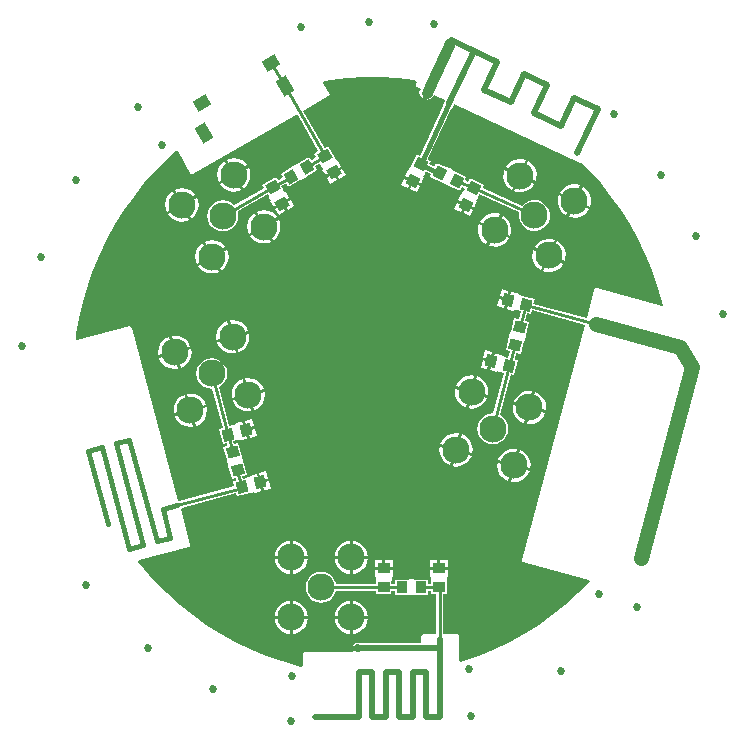
<source format=gtl>
G04 Layer_Physical_Order=1*
G04 Layer_Color=255*
%FSLAX25Y25*%
%MOIN*%
G70*
G01*
G75*
%ADD10P,0.02784X4X300.0*%
%ADD11P,0.01414X4X380.0*%
%ADD12P,0.01392X4X150.0*%
%ADD13R,0.01000X0.01000*%
G04:AMPARAMS|DCode=14|XSize=39.37mil|YSize=59.06mil|CornerRadius=0mil|HoleSize=0mil|Usage=FLASHONLY|Rotation=30.000|XOffset=0mil|YOffset=0mil|HoleType=Round|Shape=Rectangle|*
%AMROTATEDRECTD14*
4,1,4,-0.00228,-0.03541,-0.03181,0.01573,0.00228,0.03541,0.03181,-0.01573,-0.00228,-0.03541,0.0*
%
%ADD14ROTATEDRECTD14*%

G04:AMPARAMS|DCode=15|XSize=49.21mil|YSize=39.37mil|CornerRadius=0mil|HoleSize=0mil|Usage=FLASHONLY|Rotation=210.000|XOffset=0mil|YOffset=0mil|HoleType=Round|Shape=Rectangle|*
%AMROTATEDRECTD15*
4,1,4,0.01147,0.02935,0.03115,-0.00475,-0.01147,-0.02935,-0.03115,0.00475,0.01147,0.02935,0.0*
%
%ADD15ROTATEDRECTD15*%

G04:AMPARAMS|DCode=16|XSize=39.37mil|YSize=35.43mil|CornerRadius=0mil|HoleSize=0mil|Usage=FLASHONLY|Rotation=165.000|XOffset=0mil|YOffset=0mil|HoleType=Round|Shape=Rectangle|*
%AMROTATEDRECTD16*
4,1,4,0.02360,0.01202,0.01443,-0.02221,-0.02360,-0.01202,-0.01443,0.02221,0.02360,0.01202,0.0*
%
%ADD16ROTATEDRECTD16*%

G04:AMPARAMS|DCode=17|XSize=39.37mil|YSize=35.43mil|CornerRadius=0mil|HoleSize=0mil|Usage=FLASHONLY|Rotation=255.000|XOffset=0mil|YOffset=0mil|HoleType=Round|Shape=Rectangle|*
%AMROTATEDRECTD17*
4,1,4,-0.01202,0.02360,0.02221,0.01443,0.01202,-0.02360,-0.02221,-0.01443,-0.01202,0.02360,0.0*
%
%ADD17ROTATEDRECTD17*%

%ADD18R,0.03543X0.03937*%
%ADD19R,0.03937X0.03543*%
G04:AMPARAMS|DCode=20|XSize=39.37mil|YSize=35.43mil|CornerRadius=0mil|HoleSize=0mil|Usage=FLASHONLY|Rotation=15.000|XOffset=0mil|YOffset=0mil|HoleType=Round|Shape=Rectangle|*
%AMROTATEDRECTD20*
4,1,4,-0.01443,-0.02221,-0.02360,0.01202,0.01443,0.02221,0.02360,-0.01202,-0.01443,-0.02221,0.0*
%
%ADD20ROTATEDRECTD20*%

G04:AMPARAMS|DCode=21|XSize=39.37mil|YSize=35.43mil|CornerRadius=0mil|HoleSize=0mil|Usage=FLASHONLY|Rotation=105.000|XOffset=0mil|YOffset=0mil|HoleType=Round|Shape=Rectangle|*
%AMROTATEDRECTD21*
4,1,4,0.02221,-0.01443,-0.01202,-0.02360,-0.02221,0.01443,0.01202,0.02360,0.02221,-0.01443,0.0*
%
%ADD21ROTATEDRECTD21*%

G04:AMPARAMS|DCode=22|XSize=39.37mil|YSize=35.43mil|CornerRadius=0mil|HoleSize=0mil|Usage=FLASHONLY|Rotation=120.000|XOffset=0mil|YOffset=0mil|HoleType=Round|Shape=Rectangle|*
%AMROTATEDRECTD22*
4,1,4,0.02519,-0.00819,-0.00550,-0.02591,-0.02519,0.00819,0.00550,0.02591,0.02519,-0.00819,0.0*
%
%ADD22ROTATEDRECTD22*%

G04:AMPARAMS|DCode=23|XSize=39.37mil|YSize=35.43mil|CornerRadius=0mil|HoleSize=0mil|Usage=FLASHONLY|Rotation=30.000|XOffset=0mil|YOffset=0mil|HoleType=Round|Shape=Rectangle|*
%AMROTATEDRECTD23*
4,1,4,-0.00819,-0.02519,-0.02591,0.00550,0.00819,0.02519,0.02591,-0.00550,-0.00819,-0.02519,0.0*
%
%ADD23ROTATEDRECTD23*%

G04:AMPARAMS|DCode=24|XSize=39.37mil|YSize=35.43mil|CornerRadius=0mil|HoleSize=0mil|Usage=FLASHONLY|Rotation=245.000|XOffset=0mil|YOffset=0mil|HoleType=Round|Shape=Rectangle|*
%AMROTATEDRECTD24*
4,1,4,-0.00774,0.02533,0.02438,0.01035,0.00774,-0.02533,-0.02438,-0.01035,-0.00774,0.02533,0.0*
%
%ADD24ROTATEDRECTD24*%

G04:AMPARAMS|DCode=25|XSize=39.37mil|YSize=35.43mil|CornerRadius=0mil|HoleSize=0mil|Usage=FLASHONLY|Rotation=335.000|XOffset=0mil|YOffset=0mil|HoleType=Round|Shape=Rectangle|*
%AMROTATEDRECTD25*
4,1,4,-0.02533,-0.00774,-0.01035,0.02438,0.02533,0.00774,0.01035,-0.02438,-0.02533,-0.00774,0.0*
%
%ADD25ROTATEDRECTD25*%

%ADD26C,0.01500*%
%ADD27C,0.05000*%
%ADD28C,0.01969*%
%ADD29C,0.01575*%
%ADD30C,0.02000*%
%ADD31C,0.03543*%
%ADD32C,0.01043*%
%ADD33C,0.01042*%
%ADD34C,0.09055*%
%ADD35C,0.02700*%
G36*
X8375Y99293D02*
X13929Y98667D01*
X14648Y98545D01*
X14881Y98102D01*
X14507Y97301D01*
X14507Y97301D01*
X14485Y96804D01*
X14487Y96802D01*
X14821Y96438D01*
X16019Y95879D01*
X15877Y95575D01*
X15653Y94659D01*
X15797Y93727D01*
X16286Y92920D01*
X17047Y92362D01*
X17964Y92138D01*
X18896Y92281D01*
X19703Y92771D01*
X20260Y93532D01*
X20402Y93835D01*
X24240Y92046D01*
X24098Y91742D01*
X23958Y91168D01*
X23569Y90334D01*
X23569Y90334D01*
X23626Y90175D01*
X15791Y73483D01*
X14706Y73989D01*
X12814Y69933D01*
X12529Y69672D01*
X12185Y68934D01*
X11850Y68812D01*
X11850D01*
X10890Y66753D01*
X13580Y65499D01*
X16271Y64244D01*
X17231Y66303D01*
X16913Y66451D01*
X17364Y67418D01*
X17369Y67547D01*
X17551Y67936D01*
X18026Y68092D01*
X19479Y67296D01*
X19110Y66505D01*
X23382Y64514D01*
X23469Y64419D01*
X24718Y63836D01*
X24847Y63831D01*
X29118Y61839D01*
X29755Y63204D01*
X30552Y62865D01*
X30731Y62398D01*
X30514Y61933D01*
X30229Y61672D01*
X29885Y60934D01*
X29550Y60812D01*
X29550D01*
X28590Y58753D01*
X31280Y57499D01*
X33971Y56244D01*
X34931Y58303D01*
X34613Y58451D01*
X35064Y59418D01*
X35070Y59547D01*
X35589Y60661D01*
X48948Y54628D01*
X48907Y54498D01*
X48848Y53149D01*
X49140Y51831D01*
X49764Y50634D01*
X50676Y49638D01*
X51814Y48913D01*
X53102Y48507D01*
X54451Y48448D01*
X55769Y48740D01*
X56966Y49363D01*
X57962Y50276D01*
X58687Y51414D01*
X59093Y52702D01*
X59152Y54051D01*
X58860Y55369D01*
X58236Y56566D01*
X57324Y57562D01*
X56186Y58287D01*
X54898Y58693D01*
X53549Y58752D01*
X52231Y58460D01*
X51034Y57837D01*
X50038Y56924D01*
X49899Y56706D01*
X36879Y62587D01*
X36705Y63056D01*
X37061Y63819D01*
X32405Y65989D01*
X31850Y64797D01*
X31053Y65136D01*
X30874Y65603D01*
X31289Y66495D01*
X27233Y68386D01*
X26972Y68671D01*
X25724Y69253D01*
X25724Y69253D01*
X25338Y69270D01*
X21282Y71161D01*
X20799Y70127D01*
X20324Y69972D01*
X18871Y70768D01*
X19361Y71819D01*
X18607Y72170D01*
X18437Y72640D01*
X26172Y89120D01*
X26288Y89066D01*
X26677Y89900D01*
X27026Y90377D01*
X27168Y90680D01*
X69057Y71147D01*
X69553Y71126D01*
X69650Y71214D01*
X72408Y68456D01*
X76133Y64289D01*
X79618Y59918D01*
X82852Y55360D01*
X85826Y50627D01*
X88530Y45735D01*
X90955Y40700D01*
X93094Y35536D01*
X94940Y30260D01*
X96487Y24889D01*
X96716Y23885D01*
X96356Y23539D01*
X74748Y29328D01*
X74255Y29263D01*
X73953Y28869D01*
X71421Y19420D01*
X53656Y24180D01*
X54064Y25704D01*
X49742Y26862D01*
X49435Y27097D01*
X48404Y27373D01*
X48470Y27617D01*
X46275Y28205D01*
X45507Y25337D01*
X44739Y22470D01*
X46933Y21882D01*
X47024Y22221D01*
X48055Y21945D01*
X48183Y21961D01*
X49435Y21626D01*
X48752Y19077D01*
X47280Y19472D01*
X46060Y14919D01*
X45982Y14817D01*
X45625Y13486D01*
X45642Y13358D01*
X44422Y8805D01*
X45790Y8439D01*
X45183Y6175D01*
X44264Y6422D01*
X43958Y6657D01*
X42927Y6933D01*
X42993Y7176D01*
X40798Y7764D01*
X40030Y4897D01*
X39262Y2030D01*
X41456Y1442D01*
X41547Y1780D01*
X42577Y1504D01*
X42706Y1521D01*
X43863Y1211D01*
X40242Y-12303D01*
X40082Y-12282D01*
X38743Y-12458D01*
X37496Y-12975D01*
X36425Y-13796D01*
X35603Y-14868D01*
X35086Y-16115D01*
X34910Y-17454D01*
X35086Y-18792D01*
X35603Y-20039D01*
X36425Y-21111D01*
X37496Y-21932D01*
X38743Y-22449D01*
X40082Y-22625D01*
X41420Y-22449D01*
X42668Y-21932D01*
X43739Y-21111D01*
X44561Y-20039D01*
X45077Y-18792D01*
X45254Y-17454D01*
X45077Y-16115D01*
X44561Y-14868D01*
X43739Y-13796D01*
X42668Y-12975D01*
X42452Y-12885D01*
X46071Y619D01*
X47258Y301D01*
X48587Y5263D01*
X47391Y5584D01*
X47998Y7847D01*
X49384Y7476D01*
X50542Y11799D01*
X50778Y12105D01*
X51134Y13436D01*
X51084Y13819D01*
X52242Y18142D01*
X50960Y18485D01*
X51643Y21034D01*
X52735Y20742D01*
X53065Y21972D01*
X70829Y17212D01*
X49803Y-61259D01*
X49868Y-61751D01*
X50262Y-62054D01*
X72285Y-67955D01*
X72365Y-68224D01*
X72369Y-68495D01*
X68456Y-72408D01*
X64289Y-76133D01*
X59918Y-79618D01*
X55360Y-82852D01*
X50627Y-85826D01*
X45735Y-88530D01*
X40700Y-90955D01*
X35536Y-93094D01*
X30260Y-94940D01*
X29392Y-95190D01*
X28992Y-94889D01*
Y-86551D01*
X28802Y-86092D01*
X28343Y-85902D01*
X23486D01*
Y-72716D01*
X24711D01*
Y-68240D01*
X24859Y-67883D01*
Y-66817D01*
X25111D01*
Y-64545D01*
X22142D01*
X19174D01*
Y-66817D01*
X19525D01*
Y-67883D01*
X19574Y-68003D01*
Y-69201D01*
X18510D01*
Y-67776D01*
X13797D01*
X13678Y-67726D01*
X12300D01*
X12181Y-67776D01*
X7468D01*
Y-69201D01*
X6306D01*
Y-68240D01*
X6453Y-67883D01*
Y-66817D01*
X6706D01*
Y-64545D01*
X3737D01*
X769D01*
Y-66817D01*
X1119D01*
Y-67883D01*
X1168Y-68003D01*
Y-69201D01*
X-12126D01*
X-12147Y-69041D01*
X-12664Y-67794D01*
X-13486Y-66722D01*
X-14557Y-65900D01*
X-15804Y-65384D01*
X-17143Y-65208D01*
X-18482Y-65384D01*
X-19729Y-65900D01*
X-20800Y-66722D01*
X-21622Y-67794D01*
X-22139Y-69041D01*
X-22315Y-70380D01*
X-22139Y-71718D01*
X-21622Y-72965D01*
X-20800Y-74037D01*
X-19729Y-74858D01*
X-18482Y-75375D01*
X-17143Y-75551D01*
X-15804Y-75375D01*
X-14557Y-74858D01*
X-13486Y-74037D01*
X-12664Y-72965D01*
X-12147Y-71718D01*
X-12117Y-71487D01*
X1168D01*
Y-72716D01*
X6306D01*
Y-71487D01*
X7468D01*
Y-72913D01*
X11943D01*
X12300Y-73061D01*
X13678D01*
X14035Y-72913D01*
X18510D01*
Y-71487D01*
X19574D01*
Y-72716D01*
X21200D01*
Y-85902D01*
X16842D01*
X16383Y-86092D01*
X16193Y-86551D01*
Y-88920D01*
X-4957D01*
X-5582Y-89044D01*
X-6111Y-89398D01*
X-6465Y-89927D01*
X-6589Y-90551D01*
X-6465Y-91176D01*
X-6313Y-91402D01*
X-6581Y-91902D01*
X-22658D01*
X-23117Y-92092D01*
X-23307Y-92551D01*
Y-96447D01*
X-23698Y-96759D01*
X-24889Y-96487D01*
X-30260Y-94940D01*
X-35536Y-93094D01*
X-40700Y-90955D01*
X-45735Y-88530D01*
X-50627Y-85826D01*
X-55360Y-82852D01*
X-59919Y-79618D01*
X-64289Y-76133D01*
X-68456Y-72408D01*
X-72408Y-68456D01*
X-76133Y-64289D01*
X-78100Y-61822D01*
X-77944Y-61347D01*
X-61263Y-56877D01*
X-60871Y-56577D01*
X-60868Y-56575D01*
X-60804Y-56082D01*
X-60804Y-56082D01*
X-63959Y-44304D01*
X-63628Y-43756D01*
X-45410Y-38875D01*
X-45106Y-40007D01*
X-40783Y-38849D01*
X-40400Y-38900D01*
X-39370Y-38623D01*
X-39304Y-38867D01*
X-37110Y-38279D01*
X-37879Y-35412D01*
X-38647Y-32544D01*
X-40841Y-33132D01*
X-40750Y-33471D01*
X-41781Y-33747D01*
X-41883Y-33826D01*
X-43134Y-34161D01*
X-43359Y-33323D01*
X-41888Y-32930D01*
X-43108Y-28377D01*
X-43091Y-28249D01*
X-43448Y-26918D01*
X-43527Y-26816D01*
X-44746Y-22263D01*
X-46123Y-22632D01*
X-46398Y-21605D01*
X-45471Y-21356D01*
X-45088Y-21407D01*
X-44057Y-21130D01*
X-43992Y-21374D01*
X-41797Y-20786D01*
X-42566Y-17919D01*
X-43334Y-15051D01*
X-45528Y-15639D01*
X-45437Y-15978D01*
X-46468Y-16254D01*
X-46571Y-16333D01*
X-47728Y-16643D01*
X-51218Y-3617D01*
X-51069Y-3556D01*
X-49998Y-2734D01*
X-49176Y-1663D01*
X-48659Y-415D01*
X-48483Y924D01*
X-48659Y2262D01*
X-49176Y3509D01*
X-49998Y4580D01*
X-51069Y5402D01*
X-52316Y5919D01*
X-53655Y6095D01*
X-54993Y5919D01*
X-56241Y5402D01*
X-57312Y4580D01*
X-58134Y3509D01*
X-58650Y2262D01*
X-58827Y924D01*
X-58650Y-415D01*
X-58134Y-1663D01*
X-57312Y-2734D01*
X-56241Y-3556D01*
X-54993Y-4072D01*
X-53655Y-4248D01*
X-53424Y-4218D01*
X-49936Y-17234D01*
X-51123Y-17552D01*
X-49793Y-22514D01*
X-48607Y-22196D01*
X-48331Y-23224D01*
X-49708Y-23593D01*
X-48550Y-27916D01*
X-48600Y-28299D01*
X-48244Y-29630D01*
X-48008Y-29936D01*
X-46850Y-34259D01*
X-45567Y-33915D01*
X-45342Y-34753D01*
X-46436Y-35045D01*
X-46001Y-36667D01*
X-64534Y-41633D01*
X-64689Y-41580D01*
X-80164Y16172D01*
X-80467Y16567D01*
X-80959Y16632D01*
X-98476Y11938D01*
X-98855Y12264D01*
X-98667Y13929D01*
X-97731Y19440D01*
X-96487Y24889D01*
X-94940Y30260D01*
X-93094Y35536D01*
X-90955Y40700D01*
X-88530Y45735D01*
X-85826Y50627D01*
X-82852Y55360D01*
X-79618Y59918D01*
X-76133Y64289D01*
X-72408Y68456D01*
X-68456Y72408D01*
X-65452Y75093D01*
X-64959Y75012D01*
X-60390Y66944D01*
X-25358Y87169D01*
X-24876Y87036D01*
X-18120Y74928D01*
X-19385Y74197D01*
X-18706Y73021D01*
X-20046Y72154D01*
X-20533Y72271D01*
X-21003Y73085D01*
X-25084Y70728D01*
X-25212Y70712D01*
X-26406Y70023D01*
X-26484Y69920D01*
X-30566Y67564D01*
X-29852Y66328D01*
X-31317Y65481D01*
X-31800Y65610D01*
X-32236Y66366D01*
X-36685Y63797D01*
X-36252Y63047D01*
X-36382Y62564D01*
X-46113Y56988D01*
X-46243Y57157D01*
X-47314Y57979D01*
X-48561Y58496D01*
X-49900Y58672D01*
X-51239Y58496D01*
X-52486Y57979D01*
X-53557Y57157D01*
X-54379Y56086D01*
X-54896Y54839D01*
X-55072Y53500D01*
X-54896Y52161D01*
X-54379Y50914D01*
X-53557Y49843D01*
X-52486Y49021D01*
X-51239Y48504D01*
X-49900Y48328D01*
X-48561Y48504D01*
X-47314Y49021D01*
X-46243Y49843D01*
X-45421Y50914D01*
X-44904Y52161D01*
X-44728Y53500D01*
X-44904Y54839D01*
X-44974Y55006D01*
X-34932Y60761D01*
X-34447Y59922D01*
X-34397Y59539D01*
X-33863Y58614D01*
X-34082Y58488D01*
X-32946Y56521D01*
X-30375Y58005D01*
X-27804Y59490D01*
X-28940Y61457D01*
X-29244Y61282D01*
X-29777Y62206D01*
X-29880Y62284D01*
X-30480Y63324D01*
X-29015Y64171D01*
X-28532Y64042D01*
X-27997Y63115D01*
X-24122Y65353D01*
X-23739Y65403D01*
X-22545Y66092D01*
X-22310Y66399D01*
X-18434Y68636D01*
X-19207Y69974D01*
X-17866Y70842D01*
X-17380Y70725D01*
X-17147Y70322D01*
X-17097Y69938D01*
X-16564Y69015D01*
X-16782Y68888D01*
X-15646Y66921D01*
X-13075Y68405D01*
X-10504Y69890D01*
X-11640Y71857D01*
X-11944Y71682D01*
X-12477Y72606D01*
X-12580Y72684D01*
X-14936Y76766D01*
X-15832Y76249D01*
X-16314Y76382D01*
X-23069Y88490D01*
X-14105Y93666D01*
X-16518Y97810D01*
X-16306Y98263D01*
X-13929Y98667D01*
X-8375Y99293D01*
X-2795Y99606D01*
X2795D01*
X8375Y99293D01*
D02*
G37*
%LPC*%
G36*
X-46240Y72736D02*
X-47683Y72546D01*
X-48561Y72182D01*
X-46057Y67843D01*
X-41718Y70348D01*
X-42297Y71103D01*
X-43452Y71989D01*
X-44797Y72545D01*
X-46240Y72736D01*
D02*
G37*
G36*
X48677Y72443D02*
X47256Y72128D01*
X45965Y71456D01*
X44892Y70473D01*
X44381Y69671D01*
X48921Y67554D01*
X51038Y72094D01*
X50131Y72380D01*
X48677Y72443D01*
D02*
G37*
G36*
X-10004Y69024D02*
X-12142Y67789D01*
X-11006Y65822D01*
X-8869Y67056D01*
X-10004Y69024D01*
D02*
G37*
G36*
X51945Y71671D02*
X49828Y67131D01*
X54368Y65014D01*
X54654Y65921D01*
X54717Y67375D01*
X54402Y68796D01*
X53730Y70087D01*
X52747Y71160D01*
X51945Y71671D01*
D02*
G37*
G36*
X-49428Y71682D02*
X-50182Y71103D01*
X-51068Y69948D01*
X-51625Y68603D01*
X-51815Y67160D01*
X-51625Y65717D01*
X-51261Y64838D01*
X-46923Y67343D01*
X-49428Y71682D01*
D02*
G37*
G36*
X-13008Y67289D02*
X-15146Y66055D01*
X-14010Y64088D01*
X-11872Y65322D01*
X-13008Y67289D01*
D02*
G37*
G36*
X10467Y65847D02*
X9507Y63788D01*
X11744Y62745D01*
X12705Y64804D01*
X10467Y65847D01*
D02*
G37*
G36*
X-41218Y69482D02*
X-45557Y66977D01*
X-43052Y62639D01*
X-42297Y63218D01*
X-41411Y64373D01*
X-40854Y65717D01*
X-40664Y67160D01*
X-40854Y68603D01*
X-41218Y69482D01*
D02*
G37*
G36*
X43959Y68765D02*
X43672Y67857D01*
X43609Y66403D01*
X43924Y64982D01*
X44596Y63691D01*
X45579Y62618D01*
X46382Y62107D01*
X48499Y66647D01*
X43959Y68765D01*
D02*
G37*
G36*
X-46423Y66477D02*
X-50761Y63973D01*
X-50182Y63218D01*
X-49027Y62332D01*
X-47683Y61775D01*
X-46240Y61585D01*
X-44797Y61775D01*
X-43918Y62139D01*
X-46423Y66477D01*
D02*
G37*
G36*
X49405Y66225D02*
X47288Y61685D01*
X48195Y61399D01*
X49649Y61335D01*
X51070Y61650D01*
X52361Y62322D01*
X53434Y63306D01*
X53945Y64108D01*
X49405Y66225D01*
D02*
G37*
G36*
X13611Y64381D02*
X12651Y62322D01*
X14888Y61279D01*
X15848Y63338D01*
X13611Y64381D01*
D02*
G37*
G36*
X66803Y63991D02*
X65382Y63676D01*
X64091Y63004D01*
X63018Y62021D01*
X62507Y61218D01*
X67047Y59101D01*
X69165Y63641D01*
X68257Y63928D01*
X66803Y63991D01*
D02*
G37*
G36*
X-63560Y62735D02*
X-65003Y62546D01*
X-65882Y62182D01*
X-63377Y57843D01*
X-59039Y60348D01*
X-59618Y61103D01*
X-60773Y61989D01*
X-62117Y62546D01*
X-63560Y62735D01*
D02*
G37*
G36*
X70071Y63219D02*
X67954Y58679D01*
X72494Y56562D01*
X72780Y57469D01*
X72843Y58923D01*
X72528Y60344D01*
X71856Y61635D01*
X70873Y62708D01*
X70071Y63219D01*
D02*
G37*
G36*
X-27304Y58624D02*
X-29442Y57389D01*
X-28306Y55422D01*
X-26169Y56656D01*
X-27304Y58624D01*
D02*
G37*
G36*
X-66748Y61682D02*
X-67503Y61103D01*
X-68389Y59948D01*
X-68945Y58603D01*
X-69135Y57160D01*
X-68946Y55717D01*
X-68582Y54839D01*
X-64243Y57343D01*
X-66748Y61682D01*
D02*
G37*
G36*
X28167Y57847D02*
X27207Y55788D01*
X29444Y54745D01*
X30404Y56804D01*
X28167Y57847D01*
D02*
G37*
G36*
X-30308Y56889D02*
X-32446Y55655D01*
X-31310Y53688D01*
X-29172Y54922D01*
X-30308Y56889D01*
D02*
G37*
G36*
X62085Y60312D02*
X61799Y59405D01*
X61735Y57951D01*
X62050Y56530D01*
X62722Y55239D01*
X63705Y54166D01*
X64508Y53655D01*
X66625Y58195D01*
X62085Y60312D01*
D02*
G37*
G36*
X31311Y56381D02*
X30351Y54322D01*
X32588Y53279D01*
X33548Y55338D01*
X31311Y56381D01*
D02*
G37*
G36*
X67531Y57772D02*
X65414Y53232D01*
X66321Y52946D01*
X67775Y52883D01*
X69196Y53198D01*
X70487Y53870D01*
X71560Y54853D01*
X72071Y55655D01*
X67531Y57772D01*
D02*
G37*
G36*
X-58539Y59482D02*
X-62877Y56977D01*
X-60373Y52639D01*
X-59618Y53218D01*
X-58732Y54373D01*
X-58175Y55717D01*
X-57985Y57160D01*
X-58175Y58603D01*
X-58539Y59482D01*
D02*
G37*
G36*
X-63743Y56477D02*
X-68082Y53973D01*
X-67503Y53218D01*
X-66348Y52332D01*
X-65003Y51775D01*
X-63560Y51585D01*
X-62117Y51775D01*
X-61238Y52139D01*
X-63743Y56477D01*
D02*
G37*
G36*
X-36240Y55415D02*
X-37683Y55225D01*
X-38561Y54861D01*
X-36057Y50523D01*
X-31718Y53027D01*
X-32297Y53782D01*
X-33452Y54668D01*
X-34797Y55225D01*
X-36240Y55415D01*
D02*
G37*
G36*
X40225Y54317D02*
X38804Y54002D01*
X37513Y53330D01*
X36440Y52347D01*
X35929Y51545D01*
X40469Y49428D01*
X42586Y53968D01*
X41679Y54254D01*
X40225Y54317D01*
D02*
G37*
G36*
X-39427Y54361D02*
X-40182Y53782D01*
X-41068Y52627D01*
X-41625Y51283D01*
X-41815Y49840D01*
X-41625Y48397D01*
X-41261Y47518D01*
X-36923Y50023D01*
X-39427Y54361D01*
D02*
G37*
G36*
X43492Y53545D02*
X41375Y49005D01*
X45915Y46888D01*
X46201Y47795D01*
X46265Y49249D01*
X45950Y50670D01*
X45278Y51961D01*
X44294Y53034D01*
X43492Y53545D01*
D02*
G37*
G36*
X-31218Y52162D02*
X-35557Y49657D01*
X-33052Y45318D01*
X-32297Y45897D01*
X-31411Y47052D01*
X-30854Y48397D01*
X-30665Y49840D01*
X-30854Y51283D01*
X-31218Y52162D01*
D02*
G37*
G36*
X-36423Y49157D02*
X-40761Y46652D01*
X-40182Y45897D01*
X-39027Y45011D01*
X-37683Y44455D01*
X-36240Y44265D01*
X-34797Y44455D01*
X-33918Y44818D01*
X-36423Y49157D01*
D02*
G37*
G36*
X35506Y50638D02*
X35220Y49731D01*
X35157Y48277D01*
X35472Y46856D01*
X36144Y45565D01*
X37127Y44492D01*
X37929Y43981D01*
X40046Y48521D01*
X35506Y50638D01*
D02*
G37*
G36*
X40953Y48099D02*
X38835Y43559D01*
X39743Y43273D01*
X41197Y43209D01*
X42618Y43524D01*
X43909Y44196D01*
X44982Y45179D01*
X45493Y45981D01*
X40953Y48099D01*
D02*
G37*
G36*
X58351Y45865D02*
X56930Y45550D01*
X55639Y44878D01*
X54566Y43894D01*
X54055Y43092D01*
X58595Y40975D01*
X60712Y45515D01*
X59805Y45801D01*
X58351Y45865D01*
D02*
G37*
G36*
X-53560Y45415D02*
X-55003Y45225D01*
X-55882Y44861D01*
X-53377Y40523D01*
X-49039Y43027D01*
X-49618Y43782D01*
X-50773Y44668D01*
X-52117Y45225D01*
X-53560Y45415D01*
D02*
G37*
G36*
X61618Y45093D02*
X59501Y40553D01*
X64041Y38436D01*
X64328Y39343D01*
X64391Y40797D01*
X64076Y42218D01*
X63404Y43509D01*
X62421Y44582D01*
X61618Y45093D01*
D02*
G37*
G36*
X-56748Y44361D02*
X-57503Y43782D01*
X-58389Y42627D01*
X-58946Y41283D01*
X-59136Y39840D01*
X-58946Y38397D01*
X-58582Y37518D01*
X-54243Y40023D01*
X-56748Y44361D01*
D02*
G37*
G36*
X53632Y42186D02*
X53346Y41279D01*
X53283Y39825D01*
X53598Y38404D01*
X54270Y37113D01*
X55253Y36040D01*
X56055Y35529D01*
X58172Y40069D01*
X53632Y42186D01*
D02*
G37*
G36*
X-48539Y42162D02*
X-52877Y39657D01*
X-50372Y35318D01*
X-49618Y35897D01*
X-48732Y37052D01*
X-48175Y38397D01*
X-47985Y39840D01*
X-48175Y41283D01*
X-48539Y42162D01*
D02*
G37*
G36*
X59079Y39646D02*
X56962Y35106D01*
X57869Y34820D01*
X59323Y34757D01*
X60744Y35072D01*
X62035Y35744D01*
X63108Y36727D01*
X63619Y37529D01*
X59079Y39646D01*
D02*
G37*
G36*
X-53743Y39157D02*
X-58082Y36652D01*
X-57503Y35897D01*
X-56348Y35011D01*
X-55003Y34455D01*
X-53560Y34264D01*
X-52117Y34455D01*
X-51239Y34818D01*
X-53743Y39157D01*
D02*
G37*
G36*
X43115Y29052D02*
X42476Y26667D01*
X44671Y26079D01*
X45309Y28464D01*
X43115Y29052D01*
D02*
G37*
G36*
X42217Y25701D02*
X41579Y23317D01*
X43773Y22729D01*
X44412Y25113D01*
X42217Y25701D01*
D02*
G37*
G36*
X-46584Y18746D02*
X-47527Y18622D01*
X-46230Y13783D01*
X-41392Y15080D01*
X-41756Y15958D01*
X-42641Y17113D01*
X-43796Y17999D01*
X-45141Y18556D01*
X-46584Y18746D01*
D02*
G37*
G36*
X-48493Y18363D02*
X-49371Y17999D01*
X-50526Y17113D01*
X-51412Y15958D01*
X-51969Y14614D01*
X-52159Y13171D01*
X-52035Y12228D01*
X-47196Y13524D01*
X-48493Y18363D01*
D02*
G37*
G36*
X-65902Y13570D02*
X-66845Y13446D01*
X-65549Y8607D01*
X-60710Y9903D01*
X-61074Y10782D01*
X-61960Y11937D01*
X-63115Y12823D01*
X-64459Y13380D01*
X-65902Y13570D01*
D02*
G37*
G36*
X-41133Y14114D02*
X-45971Y12817D01*
X-44675Y7979D01*
X-43796Y8343D01*
X-42641Y9229D01*
X-41756Y10383D01*
X-41199Y11728D01*
X-41008Y13171D01*
X-41133Y14114D01*
D02*
G37*
G36*
X-46937Y12559D02*
X-51776Y11262D01*
X-51412Y10383D01*
X-50526Y9229D01*
X-49371Y8343D01*
X-48027Y7786D01*
X-46584Y7596D01*
X-45641Y7720D01*
X-46937Y12559D01*
D02*
G37*
G36*
X-67811Y13187D02*
X-68690Y12823D01*
X-69845Y11937D01*
X-70731Y10782D01*
X-71288Y9437D01*
X-71478Y7994D01*
X-71353Y7051D01*
X-66515Y8348D01*
X-67811Y13187D01*
D02*
G37*
G36*
X37638Y8611D02*
X36999Y6227D01*
X39194Y5639D01*
X39832Y8023D01*
X37638Y8611D01*
D02*
G37*
G36*
X-60451Y8937D02*
X-65290Y7641D01*
X-63993Y2802D01*
X-63115Y3166D01*
X-61960Y4052D01*
X-61074Y5207D01*
X-60517Y6551D01*
X-60327Y7994D01*
X-60451Y8937D01*
D02*
G37*
G36*
X-66256Y7382D02*
X-71095Y6086D01*
X-70731Y5207D01*
X-69845Y4052D01*
X-68690Y3166D01*
X-67345Y2609D01*
X-65902Y2419D01*
X-64959Y2543D01*
X-66256Y7382D01*
D02*
G37*
G36*
X36741Y5261D02*
X36102Y2876D01*
X38296Y2289D01*
X38935Y4673D01*
X36741Y5261D01*
D02*
G37*
G36*
X33011Y369D02*
X31568Y179D01*
X30223Y-378D01*
X29068Y-1264D01*
X28182Y-2418D01*
X27818Y-3297D01*
X32657Y-4594D01*
X33954Y245D01*
X33011Y369D01*
D02*
G37*
G36*
X-41407Y-572D02*
X-42350Y-697D01*
X-41054Y-5535D01*
X-36215Y-4239D01*
X-36579Y-3360D01*
X-37465Y-2205D01*
X-38620Y-1319D01*
X-39964Y-762D01*
X-41407Y-572D01*
D02*
G37*
G36*
X34920Y-14D02*
X33623Y-4853D01*
X38462Y-6149D01*
X38586Y-5206D01*
X38396Y-3763D01*
X37839Y-2418D01*
X36953Y-1264D01*
X35798Y-378D01*
X34920Y-14D01*
D02*
G37*
G36*
X-43316Y-955D02*
X-44195Y-1319D01*
X-45350Y-2205D01*
X-46236Y-3360D01*
X-46793Y-4705D01*
X-46983Y-6148D01*
X-46859Y-7091D01*
X-42020Y-5794D01*
X-43316Y-955D01*
D02*
G37*
G36*
X52329Y-4807D02*
X50886Y-4997D01*
X49542Y-5554D01*
X48387Y-6440D01*
X47501Y-7595D01*
X47137Y-8474D01*
X51976Y-9770D01*
X53272Y-4931D01*
X52329Y-4807D01*
D02*
G37*
G36*
X27560Y-4263D02*
X27435Y-5206D01*
X27625Y-6649D01*
X28182Y-7994D01*
X29068Y-9148D01*
X30223Y-10034D01*
X31102Y-10398D01*
X32398Y-5560D01*
X27560Y-4263D01*
D02*
G37*
G36*
X-60726Y-5749D02*
X-61669Y-5873D01*
X-60372Y-10712D01*
X-55534Y-9415D01*
X-55898Y-8536D01*
X-56784Y-7382D01*
X-57938Y-6496D01*
X-59283Y-5939D01*
X-60726Y-5749D01*
D02*
G37*
G36*
X33364Y-5818D02*
X32068Y-10657D01*
X33011Y-10781D01*
X34454Y-10591D01*
X35798Y-10034D01*
X36953Y-9148D01*
X37839Y-7994D01*
X38203Y-7115D01*
X33364Y-5818D01*
D02*
G37*
G36*
X54238Y-5190D02*
X52942Y-10029D01*
X57780Y-11325D01*
X57904Y-10383D01*
X57714Y-8940D01*
X57157Y-7595D01*
X56271Y-6440D01*
X55117Y-5554D01*
X54238Y-5190D01*
D02*
G37*
G36*
X-35956Y-5205D02*
X-40795Y-6501D01*
X-39498Y-11340D01*
X-38620Y-10976D01*
X-37465Y-10090D01*
X-36579Y-8935D01*
X-36022Y-7591D01*
X-35832Y-6148D01*
X-35956Y-5205D01*
D02*
G37*
G36*
X-41761Y-6760D02*
X-46600Y-8056D01*
X-46236Y-8935D01*
X-45350Y-10090D01*
X-44195Y-10976D01*
X-42850Y-11533D01*
X-41407Y-11723D01*
X-40464Y-11599D01*
X-41761Y-6760D01*
D02*
G37*
G36*
X-62635Y-6132D02*
X-63513Y-6496D01*
X-64668Y-7382D01*
X-65554Y-8536D01*
X-66111Y-9881D01*
X-66301Y-11324D01*
X-66177Y-12267D01*
X-61338Y-10970D01*
X-62635Y-6132D01*
D02*
G37*
G36*
X46878Y-9439D02*
X46754Y-10383D01*
X46944Y-11825D01*
X47501Y-13170D01*
X48387Y-14325D01*
X49542Y-15211D01*
X50420Y-15575D01*
X51717Y-10736D01*
X46878Y-9439D01*
D02*
G37*
G36*
X52683Y-10995D02*
X51386Y-15834D01*
X52329Y-15958D01*
X53772Y-15768D01*
X55117Y-15211D01*
X56271Y-14325D01*
X57157Y-13170D01*
X57521Y-12291D01*
X52683Y-10995D01*
D02*
G37*
G36*
X-55275Y-10381D02*
X-60114Y-11677D01*
X-58817Y-16516D01*
X-57938Y-16152D01*
X-56784Y-15266D01*
X-55898Y-14112D01*
X-55341Y-12767D01*
X-55151Y-11324D01*
X-55275Y-10381D01*
D02*
G37*
G36*
X-61080Y-11936D02*
X-65918Y-13233D01*
X-65554Y-14112D01*
X-64668Y-15266D01*
X-63513Y-16152D01*
X-62169Y-16709D01*
X-60726Y-16899D01*
X-59783Y-16775D01*
X-61080Y-11936D01*
D02*
G37*
G36*
X-40174Y-14205D02*
X-42368Y-14792D01*
X-41729Y-17177D01*
X-39535Y-16589D01*
X-40174Y-14205D01*
D02*
G37*
G36*
X-39276Y-17555D02*
X-41470Y-18143D01*
X-40832Y-20527D01*
X-38637Y-19939D01*
X-39276Y-17555D01*
D02*
G37*
G36*
X27834Y-18949D02*
X26391Y-19139D01*
X25047Y-19696D01*
X23892Y-20582D01*
X23006Y-21737D01*
X22642Y-22616D01*
X27481Y-23912D01*
X28777Y-19073D01*
X27834Y-18949D01*
D02*
G37*
G36*
X29743Y-19332D02*
X28447Y-24171D01*
X33285Y-25468D01*
X33410Y-24525D01*
X33220Y-23082D01*
X32663Y-21737D01*
X31777Y-20582D01*
X30622Y-19696D01*
X29743Y-19332D01*
D02*
G37*
G36*
X47153Y-24126D02*
X45710Y-24316D01*
X44365Y-24873D01*
X43211Y-25759D01*
X42325Y-26913D01*
X41960Y-27792D01*
X46799Y-29089D01*
X48096Y-24250D01*
X47153Y-24126D01*
D02*
G37*
G36*
X22383Y-23582D02*
X22259Y-24525D01*
X22449Y-25968D01*
X23006Y-27312D01*
X23892Y-28467D01*
X25047Y-29353D01*
X25925Y-29717D01*
X27222Y-24878D01*
X22383Y-23582D01*
D02*
G37*
G36*
X28188Y-25137D02*
X26891Y-29976D01*
X27834Y-30100D01*
X29277Y-29910D01*
X30622Y-29353D01*
X31777Y-28467D01*
X32663Y-27312D01*
X33027Y-26434D01*
X28188Y-25137D01*
D02*
G37*
G36*
X49062Y-24509D02*
X47765Y-29347D01*
X52604Y-30644D01*
X52728Y-29701D01*
X52538Y-28258D01*
X51981Y-26913D01*
X51095Y-25759D01*
X49940Y-24873D01*
X49062Y-24509D01*
D02*
G37*
G36*
X-35487Y-31698D02*
X-37681Y-32286D01*
X-37042Y-34670D01*
X-34848Y-34082D01*
X-35487Y-31698D01*
D02*
G37*
G36*
X41702Y-28758D02*
X41578Y-29701D01*
X41767Y-31144D01*
X42325Y-32489D01*
X43211Y-33643D01*
X44365Y-34529D01*
X45244Y-34893D01*
X46540Y-30055D01*
X41702Y-28758D01*
D02*
G37*
G36*
X47506Y-30313D02*
X46210Y-35152D01*
X47153Y-35276D01*
X48596Y-35086D01*
X49940Y-34529D01*
X51095Y-33643D01*
X51981Y-32489D01*
X52345Y-31610D01*
X47506Y-30313D01*
D02*
G37*
G36*
X-34589Y-35048D02*
X-36783Y-35636D01*
X-36144Y-38020D01*
X-33950Y-37432D01*
X-34589Y-35048D01*
D02*
G37*
G36*
X-6643Y-54870D02*
Y-59879D01*
X-1633D01*
X-1758Y-58937D01*
X-2315Y-57592D01*
X-3201Y-56437D01*
X-4355Y-55551D01*
X-5700Y-54994D01*
X-6643Y-54870D01*
D02*
G37*
G36*
X-26643D02*
Y-59879D01*
X-21633D01*
X-21758Y-58937D01*
X-22315Y-57592D01*
X-23201Y-56437D01*
X-24355Y-55551D01*
X-25700Y-54994D01*
X-26643Y-54870D01*
D02*
G37*
G36*
X-27643D02*
X-28586Y-54994D01*
X-29931Y-55551D01*
X-31085Y-56437D01*
X-31971Y-57592D01*
X-32528Y-58937D01*
X-32652Y-59879D01*
X-27643D01*
Y-54870D01*
D02*
G37*
G36*
X-7643D02*
X-8586Y-54994D01*
X-9931Y-55551D01*
X-11085Y-56437D01*
X-11971Y-57592D01*
X-12528Y-58937D01*
X-12652Y-59879D01*
X-7643D01*
Y-54870D01*
D02*
G37*
G36*
X25111Y-61273D02*
X22643D01*
Y-63545D01*
X25111D01*
Y-61273D01*
D02*
G37*
G36*
X6706D02*
X4237D01*
Y-63545D01*
X6706D01*
Y-61273D01*
D02*
G37*
G36*
X3237D02*
X769D01*
Y-63545D01*
X3237D01*
Y-61273D01*
D02*
G37*
G36*
X21643D02*
X19174D01*
Y-63545D01*
X21643D01*
Y-61273D01*
D02*
G37*
G36*
X-1633Y-60879D02*
X-6643D01*
Y-65889D01*
X-5700Y-65765D01*
X-4355Y-65208D01*
X-3201Y-64322D01*
X-2315Y-63167D01*
X-1758Y-61822D01*
X-1633Y-60879D01*
D02*
G37*
G36*
X-21633D02*
X-26643D01*
Y-65889D01*
X-25700Y-65765D01*
X-24355Y-65208D01*
X-23201Y-64322D01*
X-22315Y-63167D01*
X-21758Y-61822D01*
X-21633Y-60879D01*
D02*
G37*
G36*
X-27643D02*
X-32652D01*
X-32528Y-61822D01*
X-31971Y-63167D01*
X-31085Y-64322D01*
X-29931Y-65208D01*
X-28586Y-65765D01*
X-27643Y-65889D01*
Y-60879D01*
D02*
G37*
G36*
X-7643D02*
X-12652D01*
X-12528Y-61822D01*
X-11971Y-63167D01*
X-11085Y-64322D01*
X-9931Y-65208D01*
X-8586Y-65765D01*
X-7643Y-65889D01*
Y-60879D01*
D02*
G37*
G36*
X-6643Y-74870D02*
Y-79879D01*
X-1633D01*
X-1758Y-78936D01*
X-2315Y-77592D01*
X-3201Y-76437D01*
X-4355Y-75551D01*
X-5700Y-74994D01*
X-6643Y-74870D01*
D02*
G37*
G36*
X-26643D02*
Y-79879D01*
X-21633D01*
X-21758Y-78936D01*
X-22315Y-77592D01*
X-23201Y-76437D01*
X-24355Y-75551D01*
X-25700Y-74994D01*
X-26643Y-74870D01*
D02*
G37*
G36*
X-27643D02*
X-28586Y-74994D01*
X-29931Y-75551D01*
X-31085Y-76437D01*
X-31971Y-77592D01*
X-32528Y-78936D01*
X-32652Y-79879D01*
X-27643D01*
Y-74870D01*
D02*
G37*
G36*
X-7643D02*
X-8586Y-74994D01*
X-9931Y-75551D01*
X-11085Y-76437D01*
X-11971Y-77592D01*
X-12528Y-78936D01*
X-12652Y-79879D01*
X-7643D01*
Y-74870D01*
D02*
G37*
G36*
X-1633Y-80879D02*
X-6643D01*
Y-85889D01*
X-5700Y-85765D01*
X-4355Y-85208D01*
X-3201Y-84322D01*
X-2315Y-83167D01*
X-1758Y-81822D01*
X-1633Y-80879D01*
D02*
G37*
G36*
X-21633D02*
X-26643D01*
Y-85889D01*
X-25700Y-85765D01*
X-24355Y-85208D01*
X-23201Y-84322D01*
X-22315Y-83167D01*
X-21758Y-81822D01*
X-21633Y-80879D01*
D02*
G37*
G36*
X-27643D02*
X-32652D01*
X-32528Y-81822D01*
X-31971Y-83167D01*
X-31085Y-84322D01*
X-29931Y-85208D01*
X-28586Y-85765D01*
X-27643Y-85889D01*
Y-80879D01*
D02*
G37*
G36*
X-7643D02*
X-12652D01*
X-12528Y-81822D01*
X-11971Y-83167D01*
X-11085Y-84322D01*
X-9931Y-85208D01*
X-8586Y-85765D01*
X-7643Y-85889D01*
Y-80879D01*
D02*
G37*
%LPD*%
D10*
X74604Y17384D02*
D03*
D11*
X19026Y96605D02*
D03*
X25562Y91059D02*
D03*
D12*
X-64998Y-42940D02*
D03*
D13*
X-2657Y-90551D02*
D03*
X22343Y-87551D02*
D03*
D14*
X-56274Y81022D02*
D03*
X-28997Y96770D02*
D03*
D15*
X-33766Y104403D02*
D03*
X-56780Y91116D02*
D03*
D16*
X47517Y10431D02*
D03*
X49147Y16516D02*
D03*
D17*
X39547Y5026D02*
D03*
X45632Y3396D02*
D03*
X51109Y23836D02*
D03*
X45024Y25467D02*
D03*
D18*
X16139Y-70344D02*
D03*
X9839D02*
D03*
D19*
X3737Y-70344D02*
D03*
Y-64045D02*
D03*
X22142D02*
D03*
Y-70344D02*
D03*
D20*
X-46613Y-25219D02*
D03*
X-44983Y-31304D02*
D03*
D21*
X-42083Y-17789D02*
D03*
X-48167Y-19420D02*
D03*
X-43480Y-36913D02*
D03*
X-37396Y-35282D02*
D03*
D22*
X-21772Y69675D02*
D03*
X-27228Y66525D02*
D03*
D23*
X-33275Y63028D02*
D03*
X-30125Y57572D02*
D03*
X-12825Y67972D02*
D03*
X-15975Y73428D02*
D03*
D24*
X28054Y65169D02*
D03*
X22345Y67831D02*
D03*
D25*
X31069Y57046D02*
D03*
X33731Y62754D02*
D03*
X16031Y70754D02*
D03*
X13369Y65045D02*
D03*
D26*
X15400Y88700D02*
X18069Y94554D01*
X-7051Y-90551D02*
X-4957D01*
X16031Y70755D02*
X25562Y91059D01*
X16031Y70755D02*
X22700Y67100D01*
D27*
X74604Y17384D02*
X102631Y9874D01*
X89451Y-60612D02*
X106529Y3124D01*
X102631Y9874D02*
X106529Y3124D01*
D28*
X37172Y95463D02*
X46093Y91303D01*
X37172Y95463D02*
X41565Y104883D01*
X25562Y91059D02*
X33715Y108543D01*
X46093Y91303D02*
X50485Y100723D01*
X58335Y97063D01*
X53943Y87643D02*
X58335Y97063D01*
X53943Y87643D02*
X62863Y83483D01*
X67256Y92903D01*
X75105Y89243D01*
X68134Y74292D02*
X75105Y89243D01*
X26222Y112038D02*
X33715Y108543D01*
X41565Y104883D01*
D29*
X-81027Y-21149D02*
X-71958Y-54995D01*
X-67394Y-53772D01*
X-69942Y-44265D02*
X-67394Y-53772D01*
X-69942Y-44265D02*
X-64998Y-42940D01*
X-85590Y-22372D02*
X-81027Y-21149D01*
X-85590Y-22372D02*
X-76521Y-56218D01*
X-81085Y-57441D02*
X-76521Y-56218D01*
X-90153Y-23595D02*
X-81085Y-57441D01*
X-94717Y-24818D02*
X-90153Y-23595D01*
X-94717Y-24818D02*
X-88196Y-49156D01*
D30*
X17843Y-113551D02*
Y-98551D01*
Y-113551D02*
X22343D01*
X13343Y-98551D02*
X17843D01*
X13343Y-113551D02*
Y-98551D01*
X8843Y-113551D02*
X13343D01*
X8843D02*
Y-98551D01*
X4343D02*
X8843D01*
X4343Y-113551D02*
Y-98551D01*
X-157Y-113551D02*
Y-98551D01*
Y-113551D02*
X4343D01*
X-4657Y-98551D02*
X-157D01*
X-4657Y-113551D02*
Y-98551D01*
X-19157Y-113551D02*
X-4657D01*
X-2657Y-90551D02*
X22343D01*
Y-113551D02*
Y-90551D01*
Y-88386D01*
Y-87551D01*
X-4957Y-90551D02*
X-2657D01*
D31*
X18069Y94554D02*
X19026Y96605D01*
X25806Y111145D01*
D32*
X106529Y3123D02*
X106534Y3141D01*
X102645Y9877D02*
X106534Y3141D01*
X-16943Y-72279D02*
X-16862Y-72198D01*
X74606Y17390D02*
X102645Y9877D01*
D33*
X51164Y23665D02*
X74604Y17384D01*
X49268Y16586D02*
X51178Y23716D01*
X40057Y-17410D02*
X45632Y3396D01*
X45623Y3399D02*
X47508Y10434D01*
X22343Y-87551D02*
Y-71743D01*
X22142Y-71542D02*
X22343Y-71743D01*
X16139Y-70344D02*
X22142D01*
X3737D02*
X9839D01*
X-17108D02*
X3737D01*
X-64998Y-42940D02*
X-43415Y-37157D01*
X-45051Y-31422D02*
X-43599Y-36844D01*
X-48167Y-19420D02*
X-46613Y-25219D01*
X-53611Y898D02*
X-48167Y-19420D01*
X-33766Y104403D02*
X-28997Y96770D01*
X28055Y65169D02*
X33731Y62755D01*
X54000Y53600D01*
X-28997Y96770D02*
X-15975Y73428D01*
X-21772Y69675D02*
X-15975Y73428D01*
X-49900Y53500D02*
X-33275Y63028D01*
X-27228Y66525D01*
D34*
X40082Y-17454D02*
D03*
X27834Y-24525D02*
D03*
X47153Y-29701D02*
D03*
X52329Y-10383D02*
D03*
X33011Y-5206D02*
D03*
X-7143Y-60379D02*
D03*
Y-80379D02*
D03*
X-27143D02*
D03*
Y-60379D02*
D03*
X-17143Y-70380D02*
D03*
X-53655Y924D02*
D03*
X-46584Y13171D02*
D03*
X-65902Y7994D02*
D03*
X-60726Y-11324D02*
D03*
X-41407Y-6148D02*
D03*
X-53560Y39840D02*
D03*
X-63560Y57160D02*
D03*
X-46240Y67160D02*
D03*
X-36240Y49840D02*
D03*
X-49900Y53500D02*
D03*
X54000Y53600D02*
D03*
X58837Y40311D02*
D03*
X67289Y58437D02*
D03*
X49163Y66889D02*
D03*
X40711Y48763D02*
D03*
D35*
X26200Y-75400D02*
D03*
X-53700Y-44100D02*
D03*
X-56000Y-36000D02*
D03*
X25400Y80700D02*
D03*
X17400Y84000D02*
D03*
X33800Y6600D02*
D03*
X61100Y17000D02*
D03*
X57000Y26300D02*
D03*
X62900Y24900D02*
D03*
X18069Y94554D02*
D03*
X-4957Y-90551D02*
D03*
X-23700Y116400D02*
D03*
X20500Y117400D02*
D03*
X-1300Y118100D02*
D03*
X-11900Y96000D02*
D03*
X10700Y96500D02*
D03*
X80500Y87500D02*
D03*
X116800Y20800D02*
D03*
X96300Y67200D02*
D03*
X107900Y46700D02*
D03*
X92000Y28100D02*
D03*
X76700Y32100D02*
D03*
X70400Y28200D02*
D03*
X87400Y41100D02*
D03*
X77800Y57800D02*
D03*
X65400Y69700D02*
D03*
X46200Y78500D02*
D03*
X28500Y86800D02*
D03*
X22700Y74100D02*
D03*
X14100Y77600D02*
D03*
X20400Y90200D02*
D03*
X8200Y67600D02*
D03*
X10900Y59800D02*
D03*
X19600Y62200D02*
D03*
X25500Y60000D02*
D03*
X28400Y51700D02*
D03*
X36200Y68000D02*
D03*
X30500Y70600D02*
D03*
X69000Y23300D02*
D03*
X66900Y15400D02*
D03*
X52600Y29200D02*
D03*
X46300Y30900D02*
D03*
X39600Y27100D02*
D03*
X43000Y18600D02*
D03*
X41200Y11900D02*
D03*
X54800Y15200D02*
D03*
X53300Y8900D02*
D03*
X51400Y2000D02*
D03*
X62200Y-2400D02*
D03*
X57100Y-21100D02*
D03*
X50900Y-42100D02*
D03*
X46800Y-57700D02*
D03*
X52100Y-66100D02*
D03*
X88200Y-76900D02*
D03*
X63000Y-98100D02*
D03*
X32800Y-113400D02*
D03*
X32700Y-89700D02*
D03*
X26100Y-82700D02*
D03*
X28000Y-70300D02*
D03*
Y-64100D02*
D03*
X22200Y-58100D02*
D03*
X16300Y-64100D02*
D03*
X9700Y-63900D02*
D03*
X3700Y-58500D02*
D03*
X16100Y-75800D02*
D03*
X18300Y-82800D02*
D03*
X9800Y-75800D02*
D03*
X3900Y-75900D02*
D03*
X12600Y-85900D02*
D03*
X3700D02*
D03*
X-10400Y-88900D02*
D03*
X-20000Y-88800D02*
D03*
X-27000Y-91900D02*
D03*
X-50500Y-81000D02*
D03*
X-73400Y-63000D02*
D03*
X-27000Y-115000D02*
D03*
X-26800Y-99800D02*
D03*
X32200Y-97600D02*
D03*
X75400Y-72700D02*
D03*
X-53000Y-104400D02*
D03*
X-74700Y-90700D02*
D03*
X-95500Y-69500D02*
D03*
X-62000Y-60100D02*
D03*
X-57800Y-53200D02*
D03*
X-59600Y-45400D02*
D03*
X-62000Y-37400D02*
D03*
X-47500Y-42700D02*
D03*
X-49900Y-34400D02*
D03*
X-41900Y-42000D02*
D03*
X-35800Y-40500D02*
D03*
X-31800Y-33700D02*
D03*
X-39100Y-29500D02*
D03*
X-40600Y-23900D02*
D03*
X-36100Y-16400D02*
D03*
X-54100Y-20800D02*
D03*
X-66300Y-23700D02*
D03*
X-71100Y-4000D02*
D03*
X-75800Y15300D02*
D03*
X-85400Y19100D02*
D03*
X-93900Y16700D02*
D03*
X-116900Y10200D02*
D03*
X-110400Y39800D02*
D03*
X-98700Y65500D02*
D03*
X-78000Y89600D02*
D03*
X-70100Y77000D02*
D03*
X-65200Y68200D02*
D03*
X-39900Y75600D02*
D03*
X-26400Y83600D02*
D03*
X-18700Y87900D02*
D03*
X-14800Y80800D02*
D03*
X-22400Y76400D02*
D03*
X-18800Y64500D02*
D03*
X-30200Y71700D02*
D03*
X-24400Y61800D02*
D03*
X-35800Y68600D02*
D03*
X-10900Y76600D02*
D03*
X-7500Y70700D02*
D03*
X-9700Y62200D02*
D03*
X-27200Y52400D02*
D03*
X66000Y-69400D02*
D03*
X49300Y-81700D02*
D03*
X-31700Y41800D02*
D03*
X-49100Y31200D02*
D03*
X-48400Y22100D02*
D03*
X-38000Y15400D02*
D03*
X37100Y39700D02*
D03*
X24600Y-2100D02*
D03*
X18500Y-22000D02*
D03*
X-7500Y-50600D02*
D03*
X-26000Y-50400D02*
D03*
X-32100Y-3900D02*
D03*
X-18300Y26700D02*
D03*
X10900Y27900D02*
D03*
X-2900Y40500D02*
D03*
X-3000Y8100D02*
D03*
X-17500Y-1600D02*
D03*
X13500Y-7700D02*
D03*
X-3800Y-22300D02*
D03*
M02*

</source>
